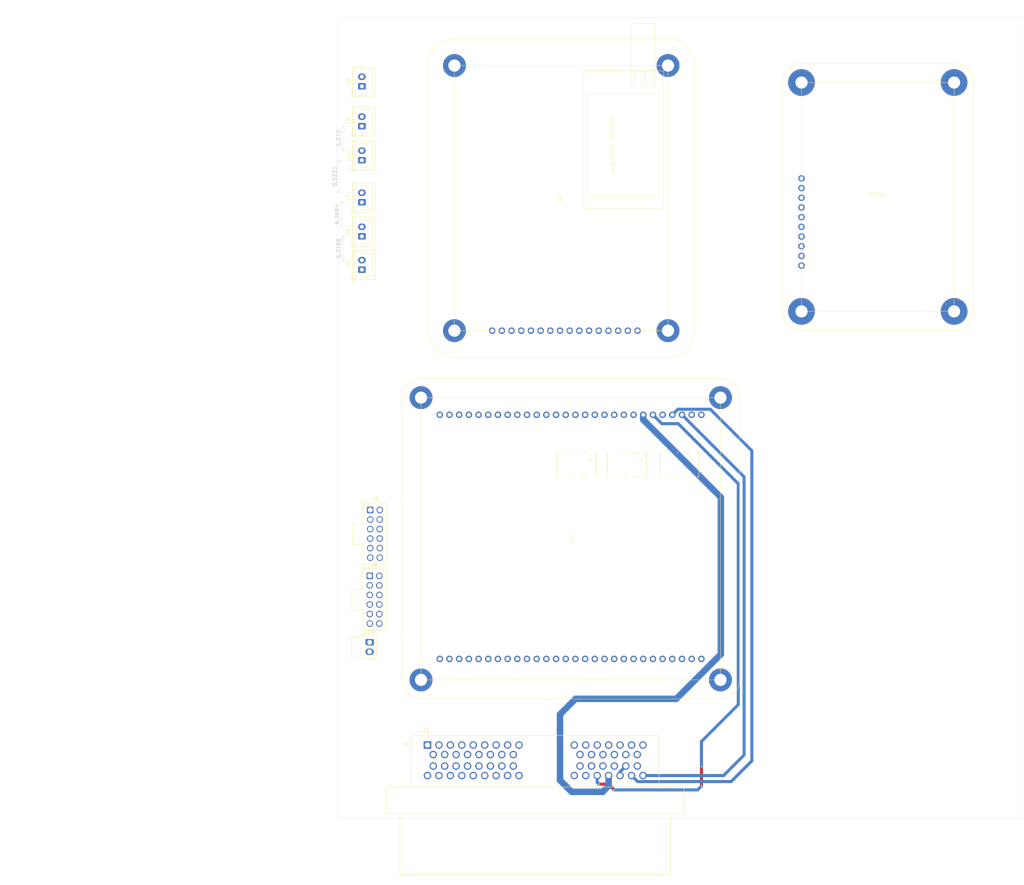
<source format=kicad_pcb>
(kicad_pcb (version 20241229) (generator "pcbnew") (generator_version "9.0")
  (layers (0 "F.Cu" signal) (2 "B.Cu" signal) (13 "F.Paste" user) (15 "B.Paste" user) (5 "F.SilkS" user "F.Silkscreen") (7 "B.SilkS" user "B.Silkscreen") (1 "F.Mask" user) (3 "B.Mask" user) (25 "Edge.Cuts" user))
  (net 0 "")
  (net 2 "BAT_FAN")
  (net 3 "GND")
  (net 4 "12V")
  (net 5 "5V")
  (net 6 "3V3")
  (net 7 "ECU_LO")
  (net 8 "ESC2_LO")
  (net 10 "ESC1_LO")
  (net 13 "NC_BSPD")
  (net 16 "DISP_HI")
  (net 17 "BMS_LO")
  (net 18 "ECU_HI")
  (net 24 "COM")
  (net 28 "NC")
  (net 29 "BMS_HI")
  (net 31 "COM_BSPD")
  (net 32 "ESC1_HI")
  (net 33 "ESC2_HI")
  (net 34 "TPS")
  (net 37 "DISP_LO")
  (net 38 "STEER_IN")
  (net 39 "BRK_PRESS")
  (net 40 "BMS_CAN")
  (net 41 "SS")
  (net 42 "SUSP4")
  (net 43 "ENG_RLY")
  (net 44 "SUSP2")
  (net 45 "APPS_IN1")
  (net 46 "STM_RX")
  (net 47 "APPS_IN2")
  (net 48 "SCK")
  (net 49 "AIR")
  (net 50 "MISO")
  (net 51 "MOSI")
  (net 52 "AMB_TEMP")
  (net 53 "SUSP1")
  (net 54 "SUSP3")
  (net 55 "SWITCH_HY")
  (net 56 "STM_TX")
  (net 57 "WS1")
  (net 58 "WS_FL")
  (net 59 "WS_FR")
  (net 61 "WS_RL")
  (net 62 "WS_RR")
  (net 63 "SCK_T")
  (net 66 "MISO_T")
  (net 68 "MOSI_T")
  (net 71 "CS_T")
  (net 80 "ENGINE")
  (net 81 "SAFETY")
  (net 82 "SDC_IN")
  (net 83 "FAN_BATT")
  (net 84 "BRAKE_LIGHT")
  (net 85 "SDC_OUT")
  (net 86 "PDM")
  (footprint "Connector_JST:JST_XH_B2B-XH-A_1x02_P2.50mm_Vertical" (layer "F.Cu") (at 154.308793 165.875717 90)
    (property "Reference" "J5" (at 1.25 -3.55 90) (layer "F.SilkS"))
    (property "Value" "5V_1")
    (pad "1" thru_hole roundrect (at 0 0 90) (size 1.7 2) (drill 1) (layers "*.Cu" "*.Mask") (roundrect_rratio 0.147059) (net 5 "5V"))
    (pad "2" thru_hole oval (at 2.5 0 90) (size 1.7 2) (drill 1) (layers "*.Cu" "*.Mask") (net 3 "GND"))
  )
  (footprint "0_FootprintTelemetry:0_FootprintTelemetry" (layer "F.Cu") (at 206.568 147.114 90)
    (property "Reference" "U1" (at 0 -0.5 90) (layer "F.SilkS") (effects (font (thickness 0.1))))
    (property "Value" "~")
    (fp_text user "Lora E220-900T22D" (at 6.248663 13.959204 90) (layer "F.SilkS") (effects (font (thickness 0.1)) (justify left bottom)))
    (pad "1" thru_hole circle (at -34.75 20 90) (size 1.7 1.7) (drill 1) (layers "*.Cu" "*.Mask") (net 3 "GND"))
    (pad "2" thru_hole circle (at -34.75 17.46 90) (size 1.7 1.7) (drill 1) (layers "*.Cu" "*.Mask") (net 3 "GND"))
    (pad "3" thru_hole circle (at -34.75 14.92 90) (size 1.7 1.7) (drill 1) (layers "*.Cu" "*.Mask") (net 3 "GND"))
    (pad "4" thru_hole circle (at -34.75 12.38 90) (size 1.7 1.7) (drill 1) (layers "*.Cu" "*.Mask") (net 3 "GND"))
    (pad "5" thru_hole circle (at -34.75 9.84 90) (size 1.7 1.7) (drill 1) (layers "*.Cu" "*.Mask") (net 3 "GND"))
    (pad "6" thru_hole circle (at -34.75 7.3 90) (size 1.7 1.7) (drill 1) (layers "*.Cu" "*.Mask") (net 5 "5V"))
    (pad "7" thru_hole circle (at -34.75 4.76 90) (size 1.7 1.7) (drill 1) (layers "*.Cu" "*.Mask") (net 68 "MOSI_T"))
    (pad "8" thru_hole circle (at -34.75 2.22 90) (size 1.7 1.7) (drill 1) (layers "*.Cu" "*.Mask") (net 66 "MISO_T"))
    (pad "9" thru_hole circle (at -34.75 -0.32 90) (size 1.7 1.7) (drill 1) (layers "*.Cu" "*.Mask") (net 63 "SCK_T"))
    (pad "10" thru_hole circle (at -34.75 -2.86 90) (size 1.7 1.7) (drill 1) (layers "*.Cu" "*.Mask") (net 71 "CS_T"))
    (pad "11" thru_hole circle (at -34.75 -5.4 90) (size 1.7 1.7) (drill 1) (layers "*.Cu" "*.Mask") (net 3 "GND"))
    (pad "11" thru_hole circle (at -34.75 28 90) (size 6 6) (drill 3.2) (layers "*.Cu" "*.Mask") (net 3 "GND"))
    (pad "12" thru_hole circle (at -34.75 -7.94 90) (size 1.7 1.7) (drill 1) (layers "*.Cu" "*.Mask") (net 3 "GND"))
    (pad "12" thru_hole circle (at 34.75 28 90) (size 6 6) (drill 3.2) (layers "*.Cu" "*.Mask") (net 3 "GND"))
    (pad "13" thru_hole circle (at -34.75 -10.48 90) (size 1.7 1.7) (drill 1) (layers "*.Cu" "*.Mask") (net 3 "GND"))
    (pad "13" thru_hole circle (at 34.75 -28 90) (size 6 6) (drill 3.2) (layers "*.Cu" "*.Mask") (net 3 "GND"))
    (pad "14" thru_hole circle (at -34.75 -28 90) (size 6 6) (drill 3.2) (layers "*.Cu" "*.Mask") (net 3 "GND"))
    (pad "14" thru_hole circle (at -34.75 -13.02 90) (size 1.7 1.7) (drill 1) (layers "*.Cu" "*.Mask") (net 3 "GND"))
    (pad "15" thru_hole circle (at -34.75 -15.56 90) (size 1.7 1.7) (drill 1) (layers "*.Cu" "*.Mask") (net 3 "GND"))
    (pad "16" thru_hole circle (at -34.75 -18.1 90) (size 1.7 1.7) (drill 1) (layers "*.Cu" "*.Mask") (net 3 "GND"))
  )
  (footprint "Connector_Molex:Molex_Nano-Fit_105310-xx12_2x06_P2.50mm_Vertical" (layer "F.Cu") (at 156.48678 228.87454)
    (property "Reference" "J9" (at 1.25 -2.92 0) (layer "F.SilkS"))
    (property "Value" "SIGNAL 2")
    (pad "" np_thru_hole circle (at -1.34 6.25) (size 1.3 1.3) (drill 1.3) (layers "*.Cu" "*.Mask"))
    (pad "1" thru_hole roundrect (at 0 0) (size 1.7 1.7) (drill 1.2) (layers "*.Cu" "*.Mask") (roundrect_rratio 0.147059))
    (pad "2" thru_hole circle (at 0 2.5) (size 1.7 1.7) (drill 1.2) (layers "*.Cu" "*.Mask") (net 61 "WS_RL"))
    (pad "3" thru_hole circle (at 0 5) (size 1.7 1.7) (drill 1.2) (layers "*.Cu" "*.Mask") (net 62 "WS_RR"))
    (pad "4" thru_hole circle (at 0 7.5) (size 1.7 1.7) (drill 1.2) (layers "*.Cu" "*.Mask") (net 58 "WS_FL"))
    (pad "5" thru_hole circle (at 0 10) (size 1.7 1.7) (drill 1.2) (layers "*.Cu" "*.Mask") (net 59 "WS_FR"))
    (pad "6" thru_hole circle (at 0 12.5) (size 1.7 1.7) (drill 1.2) (layers "*.Cu" "*.Mask"))
    (pad "7" thru_hole circle (at 2.5 0) (size 1.7 1.7) (drill 1.2) (layers "*.Cu" "*.Mask"))
    (pad "8" thru_hole circle (at 2.5 2.5) (size 1.7 1.7) (drill 1.2) (layers "*.Cu" "*.Mask"))
    (pad "9" thru_hole circle (at 2.5 5) (size 1.7 1.7) (drill 1.2) (layers "*.Cu" "*.Mask"))
    (pad "10" thru_hole circle (at 2.5 7.5) (size 1.7 1.7) (drill 1.2) (layers "*.Cu" "*.Mask") (net 8 "ESC2_LO"))
    (pad "11" thru_hole circle (at 2.5 10) (size 1.7 1.7) (drill 1.2) (layers "*.Cu" "*.Mask") (net 33 "ESC2_HI"))
    (pad "12" thru_hole circle (at 2.5 12.5) (size 1.7 1.7) (drill 1.2) (layers "*.Cu" "*.Mask"))
  )
  (footprint "0_FootPrintBPSD:FootPrintBPSD" (layer "F.Cu") (at 289.56 146.812)
    (property "Reference" "BSPD1" (at 0 -0.5 0) (layer "F.SilkS") (effects (font (thickness 0.1))))
    (property "Value" "~")
    (pad "1" thru_hole circle (at -20 18) (size 1.7 1.7) (drill 1) (layers "*.Cu" "*.Mask"))
    (pad "2" thru_hole circle (at -20 15.46) (size 1.7 1.7) (drill 1) (layers "*.Cu" "*.Mask"))
    (pad "3" thru_hole circle (at -20 12.92) (size 1.7 1.7) (drill 1) (layers "*.Cu" "*.Mask") (net 28 "NC"))
    (pad "4" thru_hole circle (at -20 10.38) (size 1.7 1.7) (drill 1) (layers "*.Cu" "*.Mask") (net 24 "COM"))
    (pad "5" thru_hole circle (at -20 7.84) (size 1.7 1.7) (drill 1) (layers "*.Cu" "*.Mask") (net 34 "TPS"))
    (pad "6" thru_hole circle (at -20 5.3) (size 1.7 1.7) (drill 1) (layers "*.Cu" "*.Mask") (net 39 "BRK_PRESS"))
    (pad "7" thru_hole circle (at -20 2.76) (size 1.7 1.7) (drill 1) (layers "*.Cu" "*.Mask") (net 5 "5V"))
    (pad "8" thru_hole circle (at -20 0.22) (size 1.7 1.7) (drill 1) (layers "*.Cu" "*.Mask"))
    (pad "9" thru_hole circle (at -20 -2.32) (size 1.7 1.7) (drill 1) (layers "*.Cu" "*.Mask"))
    (pad "10" thru_hole circle (at -20 -4.86) (size 1.7 1.7) (drill 1) (layers "*.Cu" "*.Mask") (net 3 "GND"))
    (pad "11" thru_hole circle (at -20 -30) (size 7 7) (drill 3.2) (layers "*.Cu" "*.Mask") (net 3 "GND"))
    (pad "12" thru_hole circle (at 20 -30) (size 7 7) (drill 3.2) (layers "*.Cu" "*.Mask") (net 3 "GND"))
    (pad "13" thru_hole circle (at -20 30) (size 7 7) (drill 3.2) (layers "*.Cu" "*.Mask") (net 3 "GND"))
    (pad "14" thru_hole circle (at 20 30) (size 7 7) (drill 3.2) (layers "*.Cu" "*.Mask") (net 3 "GND"))
  )
  (footprint "Connector_JST:JST_XH_B2B-XH-A_1x02_P2.50mm_Vertical" (layer "F.Cu") (at 154.308793 128.255044 90)
    (property "Reference" "J3" (at 1.25 -3.55 90) (layer "F.SilkS"))
    (property "Value" "3V3_1")
    (pad "1" thru_hole roundrect (at 0 0 90) (size 1.7 2) (drill 1) (layers "*.Cu" "*.Mask") (roundrect_rratio 0.147059) (net 6 "3V3"))
    (pad "2" thru_hole oval (at 2.5 0 90) (size 1.7 2) (drill 1) (layers "*.Cu" "*.Mask") (net 3 "GND"))
  )
  (footprint "Connector_JST:JST_XH_B2B-XH-A_1x02_P2.50mm_Vertical" (layer "F.Cu") (at 154.308793 157.133441 90)
    (property "Reference" "J6" (at 1.25 -3.55 90) (layer "F.SilkS"))
    (property "Value" "5V_2")
    (pad "1" thru_hole roundrect (at 0 0 90) (size 1.7 2) (drill 1) (layers "*.Cu" "*.Mask") (roundrect_rratio 0.147059) (net 5 "5V"))
    (pad "2" thru_hole oval (at 2.5 0 90) (size 1.7 2) (drill 1) (layers "*.Cu" "*.Mask") (net 3 "GND"))
  )
  (footprint "Connector_JST:JST_XH_B2B-XH-A_1x02_P2.50mm_Vertical" (layer "F.Cu") (at 154.308793 137.174756 90)
    (property "Reference" "J4" (at 1.25 -3.55 90) (layer "F.SilkS"))
    (property "Value" "3V3_2")
    (pad "1" thru_hole roundrect (at 0 0 90) (size 1.7 2) (drill 1) (layers "*.Cu" "*.Mask") (roundrect_rratio 0.147059) (net 6 "3V3"))
    (pad "2" thru_hole oval (at 2.5 0 90) (size 1.7 2) (drill 1) (layers "*.Cu" "*.Mask") (net 3 "GND"))
  )
  (footprint "Connector_JST:JST_XH_B2B-XH-A_1x02_P2.50mm_Vertical" (layer "F.Cu") (at 154.308793 148.208006 90)
    (property "Reference" "J7" (at 1.25 -3.55 90) (layer "F.SilkS"))
    (property "Value" "5V_3")
    (pad "1" thru_hole roundrect (at 0 0 90) (size 1.7 2) (drill 1) (layers "*.Cu" "*.Mask") (roundrect_rratio 0.147059) (net 5 "5V"))
    (pad "2" thru_hole oval (at 2.5 0 90) (size 1.7 2) (drill 1) (layers "*.Cu" "*.Mask") (net 3 "GND"))
  )
  (footprint "0_FootprintVCU:FootprintVCU" (layer "F.Cu") (at 209.061204 236.423337 -90)
    (property "Reference" "U2" (at 0 -0.5 270) (layer "F.SilkS") (effects (font (thickness 0.1))))
    (property "Value" "~")
    (fp_text user "*" (at -22.5806 -6.248001 270) (layer "F.SilkS"))
    (fp_text user "*" (at -20.6533 -32.243836 90) (layer "F.SilkS"))
    (fp_text user "*" (at -20.6533 -18.527836 90) (layer "F.SilkS"))
    (fp_text user "*" (at -22.5806 -33.172001 270) (layer "F.SilkS"))
    (fp_text user "*" (at -22.5806 -19.456001 270) (layer "F.SilkS"))
    (fp_text user "*" (at -20.6533 -5.319836 90) (layer "F.SilkS"))
    (pad "1" thru_hole circle (at -32.5 -34.25 270) (size 1.7 1.7) (drill 1) (layers "*.Cu" "*.Mask") (net 4 "12V"))
    (pad "2" thru_hole circle (at -32.5 -31.71 270) (size 1.7 1.7) (drill 1) (layers "*.Cu" "*.Mask") (net 3 "GND"))
    (pad "3" thru_hole circle (at -32.5 -29.17 270) (size 1.7 1.7) (drill 1) (layers "*.Cu" "*.Mask") (net 43 "ENG_RLY"))
    (pad "4" thru_hole circle (at -32.5 -26.63 270) (size 1.7 1.7) (drill 1) (layers "*.Cu" "*.Mask") (net 86 "PDM"))
    (pad "5" thru_hole circle (at -32.5 -24.09 270) (size 1.7 1.7) (drill 1) (layers "*.Cu" "*.Mask") (net 81 "SAFETY"))
    (pad "6" thru_hole circle (at -32.5 -21.55 270) (size 1.7 1.7) (drill 1) (layers "*.Cu" "*.Mask") (net 55 "SWITCH_HY"))
    (pad "7" thru_hole circle (at -32.5 -19.01 270) (size 1.7 1.7) (drill 1) (layers "*.Cu" "*.Mask") (net 49 "AIR"))
    (pad "8" thru_hole circle (at -32.5 -16.47 270) (size 1.7 1.7) (drill 1) (layers "*.Cu" "*.Mask") (net 81 "SAFETY"))
    (pad "9" thru_hole circle (at -32.5 -13.93 270) (size 1.7 1.7) (drill 1) (layers "*.Cu" "*.Mask") (net 82 "SDC_IN"))
    (pad "10" thru_hole circle (at -32.5 -11.39 270) (size 1.7 1.7) (drill 1) (layers "*.Cu" "*.Mask") (net 85 "SDC_OUT"))
    (pad "11" thru_hole circle (at -32.5 -8.85 270) (size 1.7 1.7) (drill 1) (layers "*.Cu" "*.Mask") (net 84 "BRAKE_LIGHT"))
    (pad "12" thru_hole circle (at -32.5 -6.31 270) (size 1.7 1.7) (drill 1) (layers "*.Cu" "*.Mask") (net 83 "FAN_BATT"))
    (pad "13" thru_hole circle (at -32.5 -3.77 270) (size 1.7 1.7) (drill 1) (layers "*.Cu" "*.Mask") (net 3 "GND"))
    (pad "14" thru_hole circle (at -32.5 -1.23 270) (size 1.7 1.7) (drill 1) (layers "*.Cu" "*.Mask") (net 56 "STM_TX"))
    (pad "15" thru_hole circle (at -32.5 1.31 270) (size 1.7 1.7) (drill 1) (layers "*.Cu" "*.Mask") (net 3 "GND"))
    (pad "16" thru_hole circle (at -32.5 3.85 270) (size 1.7 1.7) (drill 1) (layers "*.Cu" "*.Mask") (net 46 "STM_RX"))
    (pad "17" thru_hole circle (at -32.5 6.39 270) (size 1.7 1.7) (drill 1) (layers "*.Cu" "*.Mask") (net 3 "GND"))
    (pad "18" thru_hole circle (at -32.5 8.93 270) (size 1.7 1.7) (drill 1) (layers "*.Cu" "*.Mask") (net 3 "GND"))
    (pad "19" thru_hole circle (at -32.5 11.47 270) (size 1.7 1.7) (drill 1) (layers "*.Cu" "*.Mask") (net 71 "CS_T"))
    (pad "20" thru_hole circle (at -32.5 14.01 270) (size 1.7 1.7) (drill 1) (layers "*.Cu" "*.Mask") (net 3 "GND"))
    (pad "21" thru_hole circle (at -32.5 16.55 270) (size 1.7 1.7) (drill 1) (layers "*.Cu" "*.Mask") (net 68 "MOSI_T"))
    (pad "22" thru_hole circle (at -32.5 19.09 270) (size 1.7 1.7) (drill 1) (layers "*.Cu" "*.Mask") (net 3 "GND"))
    (pad "23" thru_hole circle (at -32.5 21.63 270) (size 1.7 1.7) (drill 1) (layers "*.Cu" "*.Mask") (net 66 "MISO_T"))
    (pad "24" thru_hole circle (at -32.5 24.17 270) (size 1.7 1.7) (drill 1) (layers "*.Cu" "*.Mask") (net 3 "GND"))
    (pad "25" thru_hole circle (at -32.5 26.71 270) (size 1.7 1.7) (drill 1) (layers "*.Cu" "*.Mask") (net 63 "SCK_T"))
    (pad "26" thru_hole circle (at -32.5 29.25 270) (size 1.7 1.7) (drill 1) (layers "*.Cu" "*.Mask") (net 3 "GND"))
    (pad "27" thru_hole circle (at -32.5 31.79 270) (size 1.7 1.7) (drill 1) (layers "*.Cu" "*.Mask"))
    (pad "28" thru_hole circle (at -32.5 34.33 270) (size 1.7 1.7) (drill 1) (layers "*.Cu" "*.Mask"))
    (pad "29" thru_hole circle (at 31.5 -34.25 270) (size 1.7 1.7) (drill 1) (layers "*.Cu" "*.Mask") (net 5 "5V"))
    (pad "30" thru_hole circle (at 31.5 -31.71 270) (size 1.7 1.7) (drill 1) (layers "*.Cu" "*.Mask") (net 3 "GND"))
    (pad "31" thru_hole circle (at 31.5 -29.17 270) (size 1.7 1.7) (drill 1) (layers "*.Cu" "*.Mask") (net 3 "GND"))
    (pad "32" thru_hole circle (at 31.5 -26.63 270) (size 1.7 1.7) (drill 1) (layers "*.Cu" "*.Mask") (net 18 "ECU_HI"))
    (pad "33" thru_hole circle (at 31.5 -24.09 270) (size 1.7 1.7) (drill 1) (layers "*.Cu" "*.Mask") (net 7 "ECU_LO"))
    (pad "34" thru_hole circle (at 31.5 -21.55 270) (size 1.7 1.7) (drill 1) (layers "*.Cu" "*.Mask") (net 3 "GND"))
    (pad "35" thru_hole circle (at 31.5 -19.01 270) (size 1.7 1.7) (drill 1) (layers "*.Cu" "*.Mask") (net 29 "BMS_HI"))
    (pad "36" thru_hole circle (at 31.5 -16.47 270) (size 1.7 1.7) (drill 1) (layers "*.Cu" "*.Mask") (net 17 "BMS_LO"))
    (pad "37" thru_hole circle (at 31.5 -13.93 270) (size 1.7 1.7) (drill 1) (layers "*.Cu" "*.Mask") (net 3 "GND"))
    (pad "38" thru_hole circle (at 31.5 -11.39 270) (size 1.7 1.7) (drill 1) (layers "*.Cu" "*.Mask") (net 16 "DISP_HI"))
    (pad "39" thru_hole circle (at 31.5 -8.85 270) (size 1.7 1.7) (drill 1) (layers "*.Cu" "*.Mask") (net 37 "DISP_LO"))
    (pad "40" thru_hole circle (at 31.5 -6.31 270) (size 1.7 1.7) (drill 1) (layers "*.Cu" "*.Mask") (net 3 "GND"))
    (pad "41" thru_hole circle (at 31.5 -3.77 270) (size 1.7 1.7) (drill 1) (layers "*.Cu" "*.Mask") (net 3 "GND"))
    (pad "42" thru_hole circle (at 31.5 -1.23 270) (size 1.7 1.7) (drill 1) (layers "*.Cu" "*.Mask"))
    (pad "43" thru_hole circle (at 31.5 1.31 270) (size 1.7 1.7) (drill 1) (layers "*.Cu" "*.Mask"))
    (pad "44" thru_hole circle (at 31.5 3.85 270) (size 1.7 1.7) (drill 1) (layers "*.Cu" "*.Mask"))
    (pad "45" thru_hole circle (at 31.5 6.39 270) (size 1.7 1.7) (drill 1) (layers "*.Cu" "*.Mask") (net 39 "BRK_PRESS"))
    (pad "46" thru_hole circle (at 31.5 8.93 270) (size 1.7 1.7) (drill 1) (layers "*.Cu" "*.Mask") (net 42 "SUSP4"))
    (pad "47" thru_hole circle (at 31.5 11.47 270) (size 1.7 1.7) (drill 1) (layers "*.Cu" "*.Mask") (net 54 "SUSP3"))
    (pad "48" thru_hole circle (at 31.5 14.01 270) (size 1.7 1.7) (drill 1) (layers "*.Cu" "*.Mask") (net 44 "SUSP2"))
    (pad "49" thru_hole circle (at 31.5 16.55 270) (size 1.7 1.7) (drill 1) (layers "*.Cu" "*.Mask") (net 53 "SUSP1"))
    (pad "50" thru_hole circle (at 31.5 19.09 270) (size 1.7 1.7) (drill 1) (layers "*.Cu" "*.Mask") (net 3 "GND"))
    (pad "51" thru_hole circle (at 31.5 21.63 270) (size 1.7 1.7) (drill 1) (layers "*.Cu" "*.Mask"))
    (pad "52" thru_hole circle (at 31.5 24.17 270) (size 1.7 1.7) (drill 1) (layers "*.Cu" "*.Mask"))
    (pad "53" thru_hole circle (at 31.5 26.71 270) (size 1.7 1.7) (drill 1) (layers "*.Cu" "*.Mask") (net 3 "GND"))
    (pad "54" thru_hole circle (at 31.5 29.25 270) (size 1.7 1.7) (drill 1) (layers "*.Cu" "*.Mask"))
    (pad "55" thru_hole circle (at 31.5 31.79 270) (size 1.7 1.7) (drill 1) (layers "*.Cu" "*.Mask"))
    (pad "56" thru_hole circle (at 31.5 34.33 270) (size 1.7 1.7) (drill 1) (layers "*.Cu" "*.Mask") (net 3 "GND"))
    (pad "57" thru_hole circle (at -37 39.25 270) (size 6 6) (drill 3.2) (layers "*.Cu" "*.Mask"))
    (pad "58" thru_hole circle (at 37 39.25 270) (size 6 6) (drill 3.2) (layers "*.Cu" "*.Mask"))
    (pad "59" thru_hole circle (at 37 -39.25 270) (size 6 6) (drill 3.2) (layers "*.Cu" "*.Mask"))
    (pad "60" thru_hole circle (at -37 -39.25 270) (size 6 6) (drill 3.2) (layers "*.Cu" "*.Mask"))
  )
  (footprint "Connector_JST:JST_XH_B2B-XH-A_1x02_P2.50mm_Vertical" (layer "F.Cu") (at 154.308793 117.802623 90)
    (property "Reference" "J2" (at 1.25 -3.55 90) (layer "F.SilkS"))
    (property "Value" "12V")
    (pad "1" thru_hole roundrect (at 0 0 90) (size 1.7 2) (drill 1) (layers "*.Cu" "*.Mask") (roundrect_rratio 0.147059) (net 4 "12V"))
    (pad "2" thru_hole oval (at 2.5 0 90) (size 1.7 2) (drill 1) (layers "*.Cu" "*.Mask") (net 3 "GND"))
  )
  (footprint "Connector_Molex:Molex_Nano-Fit_105309-xx02_1x02_P2.50mm_Vertical" (layer "F.Cu") (at 156.33562 263.55613)
    (property "Reference" "J10" (at 0 -2.92 0) (layer "F.SilkS"))
    (property "Value" "Conn_01x02_Socket")
    (pad "" np_thru_hole circle (at -1.34 1.25) (size 1.3 1.3) (drill 1.3) (layers "*.Cu" "*.Mask"))
    (pad "1" thru_hole custom (at 0 0) (size 1.417157 1.417157) (drill 1.2) (layers "*.Cu" "*.Mask") (net 4 "12V") (options (clearance outline) (anchor circle)) (primitives (gr_poly (pts (xy -0.85 -0.6) (xy 0.85 -0.6) (xy 0.85 0.6) (xy -0.596447 0.6) (xy -0.85 0.346447)) (width 0.5) (fill yes))))
    (pad "2" thru_hole oval (at 0 2.5) (size 2.2 1.7) (drill 1.2) (layers "*.Cu" "*.Mask") (net 3 "GND"))
  )
  (footprint "0_VCU_CONNECTOR_TE_6437288-3:VCU_CONNECTOR_TE_6437288-3" (layer "F.Cu") (at 202.751204 304.999337)
    (property "Reference" "J1" (at -31.560175 -18.391945 0) (layer "F.SilkS") (effects (font (size 1.400228 1.400228))))
    (property "Value" "6437288-3")
    (pad "" np_thru_hole circle (at -38.5 0) (size 3.3 3.3) (drill 3.3) (layers "*.Cu" "*.Mask"))
    (pad "" np_thru_hole circle (at 0 0) (size 3.3 3.3) (drill 3.3) (layers "*.Cu" "*.Mask"))
    (pad "" np_thru_hole circle (at 32.5 0) (size 3.3 3.3) (drill 3.3) (layers "*.Cu" "*.Mask"))
    (pad "1" thru_hole rect (at -31.25 -14.5) (size 1.95 1.95) (drill 1.3) (layers "*.Cu" "*.Mask") (net 40 "BMS_CAN"))
    (pad "2" thru_hole circle (at -28.25 -14.5) (size 1.95 1.95) (drill 1.3) (layers "*.Cu" "*.Mask") (net 84 "BRAKE_LIGHT"))
    (pad "3" thru_hole circle (at -25.25 -14.5) (size 1.95 1.95) (drill 1.3) (layers "*.Cu" "*.Mask") (net 39 "BRK_PRESS"))
    (pad "4" thru_hole circle (at -22.25 -14.5) (size 1.95 1.95) (drill 1.3) (layers "*.Cu" "*.Mask"))
    (pad "5" thru_hole circle (at -19.25 -14.5) (size 1.95 1.95) (drill 1.3) (layers "*.Cu" "*.Mask"))
    (pad "6" thru_hole circle (at -16.25 -14.5) (size 1.95 1.95) (drill 1.3) (layers "*.Cu" "*.Mask"))
    (pad "7" thru_hole circle (at -13.25 -14.5) (size 1.95 1.95) (drill 1.3) (layers "*.Cu" "*.Mask") (net 53 "SUSP1"))
    (pad "8" thru_hole circle (at -10.25 -14.5) (size 1.95 1.95) (drill 1.3) (layers "*.Cu" "*.Mask") (net 44 "SUSP2"))
    (pad "9" thru_hole circle (at -7.25 -14.5) (size 1.95 1.95) (drill 1.3) (layers "*.Cu" "*.Mask") (net 54 "SUSP3"))
    (pad "10" thru_hole circle (at -29.75 -12) (size 1.95 1.95) (drill 1.3) (layers "*.Cu" "*.Mask") (net 42 "SUSP4"))
    (pad "11" thru_hole circle (at -26.75 -12) (size 1.95 1.95) (drill 1.3) (layers "*.Cu" "*.Mask") (net 2 "BAT_FAN"))
    (pad "12" thru_hole circle (at -23.75 -12) (size 1.95 1.95) (drill 1.3) (layers "*.Cu" "*.Mask") (net 52 "AMB_TEMP"))
    (pad "13" thru_hole circle (at -20.75 -12) (size 1.95 1.95) (drill 1.3) (layers "*.Cu" "*.Mask"))
    (pad "14" thru_hole circle (at -17.75 -12) (size 1.95 1.95) (drill 1.3) (layers "*.Cu" "*.Mask") (net 3 "GND"))
    (pad "15" thru_hole circle (at -14.75 -12) (size 1.95 1.95) (drill 1.3) (layers "*.Cu" "*.Mask"))
    (pad "16" thru_hole circle (at -11.75 -12) (size 1.95 1.95) (drill 1.3) (layers "*.Cu" "*.Mask"))
    (pad "17" thru_hole circle (at -8.75 -12) (size 1.95 1.95) (drill 1.3) (layers "*.Cu" "*.Mask"))
    (pad "18" thru_hole circle (at -29.75 -9) (size 1.95 1.95) (drill 1.3) (layers "*.Cu" "*.Mask") (net 31 "COM_BSPD"))
    (pad "19" thru_hole circle (at -26.75 -9) (size 1.95 1.95) (drill 1.3) (layers "*.Cu" "*.Mask") (net 13 "NC_BSPD"))
    (pad "20" thru_hole circle (at -23.75 -9) (size 1.95 1.95) (drill 1.3) (layers "*.Cu" "*.Mask") (net 18 "ECU_HI"))
    (pad "21" thru_hole circle (at -20.75 -9) (size 1.95 1.95) (drill 1.3) (layers "*.Cu" "*.Mask") (net 7 "ECU_LO"))
    (pad "22" thru_hole circle (at -17.75 -9) (size 1.95 1.95) (drill 1.3) (layers "*.Cu" "*.Mask") (net 29 "BMS_HI"))
    (pad "23" thru_hole circle (at -14.75 -9) (size 1.95 1.95) (drill 1.3) (layers "*.Cu" "*.Mask") (net 17 "BMS_LO"))
    (pad "24" thru_hole circle (at -11.75 -9) (size 1.95 1.95) (drill 1.3) (layers "*.Cu" "*.Mask") (net 16 "DISP_HI"))
    (pad "25" thru_hole circle (at -8.75 -9) (size 1.95 1.95) (drill 1.3) (layers "*.Cu" "*.Mask") (net 37 "DISP_LO"))
    (pad "26" thru_hole circle (at -31.25 -6.5) (size 1.95 1.95) (drill 1.3) (layers "*.Cu" "*.Mask"))
    (pad "27" thru_hole circle (at -28.25 -6.5) (size 1.95 1.95) (drill 1.3) (layers "*.Cu" "*.Mask"))
    (pad "28" thru_hole circle (at -25.25 -6.5) (size 1.95 1.95) (drill 1.3) (layers "*.Cu" "*.Mask"))
    (pad "29" thru_hole circle (at -22.25 -6.5) (size 1.95 1.95) (drill 1.3) (layers "*.Cu" "*.Mask"))
    (pad "30" thru_hole circle (at -19.25 -6.5) (size 1.95 1.95) (drill 1.3) (layers "*.Cu" "*.Mask"))
    (pad "31" thru_hole circle (at -16.25 -6.5) (size 1.95 1.95) (drill 1.3) (layers "*.Cu" "*.Mask"))
    (pad "32" thru_hole circle (at -13.25 -6.5) (size 1.95 1.95) (drill 1.3) (layers "*.Cu" "*.Mask") (net 82 "SDC_IN"))
    (pad "33" thru_hole circle (at -10.25 -6.5) (size 1.95 1.95) (drill 1.3) (layers "*.Cu" "*.Mask") (net 85 "SDC_OUT"))
    (pad "34" thru_hole circle (at -7.25 -6.5) (size 1.95 1.95) (drill 1.3) (layers "*.Cu" "*.Mask"))
    (pad "35" thru_hole circle (at 7.25 -14.5) (size 1.95 1.95) (drill 1.3) (layers "*.Cu" "*.Mask") (net 32 "ESC1_HI"))
    (pad "36" thru_hole circle (at 10.25 -14.5) (size 1.95 1.95) (drill 1.3) (layers "*.Cu" "*.Mask") (net 10 "ESC1_LO"))
    (pad "37" thru_hole circle (at 13.25 -14.5) (size 1.95 1.95) (drill 1.3) (layers "*.Cu" "*.Mask") (net 33 "ESC2_HI"))
    (pad "38" thru_hole circle (at 16.25 -14.5) (size 1.95 1.95) (drill 1.3) (layers "*.Cu" "*.Mask") (net 8 "ESC2_LO"))
    (pad "39" thru_hole circle (at 19.25 -14.5) (size 1.95 1.95) (drill 1.3) (layers "*.Cu" "*.Mask") (net 57 "WS1"))
    (pad "40" thru_hole circle (at 22.25 -14.5) (size 1.95 1.95) (drill 1.3) (layers "*.Cu" "*.Mask"))
    (pad "41" thru_hole circle (at 25.25 -14.5) (size 1.95 1.95) (drill 1.3) (layers "*.Cu" "*.Mask"))
    (pad "42" thru_hole circle (at 8.75 -12) (size 1.95 1.95) (drill 1.3) (layers "*.Cu" "*.Mask"))
    (pad "43" thru_hole circle (at 11.75 -12) (size 1.95 1.95) (drill 1.3) (layers "*.Cu" "*.Mask"))
    (pad "44" thru_hole circle (at 14.75 -12) (size 1.95 1.95) (drill 1.3) (layers "*.Cu" "*.Mask"))
    (pad "45" thru_hole circle (at 17.75 -12) (size 1.95 1.95) (drill 1.3) (layers "*.Cu" "*.Mask"))
    (pad "46" thru_hole circle (at 20.75 -12) (size 1.95 1.95) (drill 1.3) (layers "*.Cu" "*.Mask"))
    (pad "47" thru_hole circle (at 23.75 -12) (size 1.95 1.95) (drill 1.3) (layers "*.Cu" "*.Mask"))
    (pad "48" thru_hole circle (at 8.75 -9) (size 1.95 1.95) (drill 1.3) (layers "*.Cu" "*.Mask") (net 83 "FAN_BATT"))
    (pad "49" thru_hole circle (at 11.75 -9) (size 1.95 1.95) (drill 1.3) (layers "*.Cu" "*.Mask"))
    (pad "50" thru_hole circle (at 14.75 -9) (size 1.95 1.95) (drill 1.3) (layers "*.Cu" "*.Mask"))
    (pad "51" thru_hole circle (at 17.75 -9) (size 1.95 1.95) (drill 1.3) (layers "*.Cu" "*.Mask"))
    (pad "52" thru_hole circle (at 20.75 -9) (size 1.95 1.95) (drill 1.3) (layers "*.Cu" "*.Mask") (net 81 "SAFETY"))
    (pad "53" thru_hole circle (at 23.75 -9) (size 1.95 1.95) (drill 1.3) (layers "*.Cu" "*.Mask"))
    (pad "54" thru_hole circle (at 7.25 -6.5) (size 1.95 1.95) (drill 1.3) (layers "*.Cu" "*.Mask"))
    (pad "55" thru_hole circle (at 10.25 -6.5) (size 1.95 1.95) (drill 1.3) (layers "*.Cu" "*.Mask"))
    (pad "56" thru_hole circle (at 13.25 -6.5) (size 1.95 1.95) (drill 1.3) (layers "*.Cu" "*.Mask") (net 55 "SWITCH_HY"))
    (pad "57" thru_hole circle (at 16.25 -6.5) (size 1.95 1.95) (drill 1.3) (layers "*.Cu" "*.Mask") (net 49 "AIR"))
    (pad "58" thru_hole circle (at 19.25 -6.5) (size 1.95 1.95) (drill 1.3) (layers "*.Cu" "*.Mask") (net 81 "SAFETY"))
    (pad "59" thru_hole circle (at 22.25 -6.5) (size 1.95 1.95) (drill 1.3) (layers "*.Cu" "*.Mask") (net 86 "PDM"))
    (pad "60" thru_hole circle (at 25.25 -6.5) (size 1.95 1.95) (drill 1.3) (layers "*.Cu" "*.Mask") (net 80 "ENGINE"))
  )
  (footprint "Connector_Molex:Molex_Nano-Fit_105310-xx12_2x06_P2.50mm_Vertical" (layer "F.Cu") (at 156.37562 246.150648)
    (property "Reference" "J8" (at 1.25 -2.92 0) (layer "F.SilkS"))
    (property "Value" "SIGNAL 1")
    (pad "" np_thru_hole circle (at -1.34 6.25) (size 1.3 1.3) (drill 1.3) (layers "*.Cu" "*.Mask"))
    (pad "1" thru_hole roundrect (at 0 0) (size 1.7 1.7) (drill 1.2) (layers "*.Cu" "*.Mask") (roundrect_rratio 0.147059) (net 48 "SCK"))
    (pad "2" thru_hole circle (at 0 2.5) (size 1.7 1.7) (drill 1.2) (layers "*.Cu" "*.Mask") (net 50 "MISO"))
    (pad "3" thru_hole circle (at 0 5) (size 1.7 1.7) (drill 1.2) (layers "*.Cu" "*.Mask") (net 51 "MOSI"))
    (pad "4" thru_hole circle (at 0 7.5) (size 1.7 1.7) (drill 1.2) (layers "*.Cu" "*.Mask") (net 41 "SS"))
    (pad "5" thru_hole circle (at 0 10) (size 1.7 1.7) (drill 1.2) (layers "*.Cu" "*.Mask") (net 56 "STM_TX"))
    (pad "6" thru_hole circle (at 0 12.5) (size 1.7 1.7) (drill 1.2) (layers "*.Cu" "*.Mask") (net 46 "STM_RX"))
    (pad "7" thru_hole circle (at 2.5 0) (size 1.7 1.7) (drill 1.2) (layers "*.Cu" "*.Mask") (net 3 "GND"))
    (pad "8" thru_hole circle (at 2.5 2.5) (size 1.7 1.7) (drill 1.2) (layers "*.Cu" "*.Mask") (net 10 "ESC1_LO"))
    (pad "9" thru_hole circle (at 2.5 5) (size 1.7 1.7) (drill 1.2) (layers "*.Cu" "*.Mask") (net 32 "ESC1_HI"))
    (pad "10" thru_hole circle (at 2.5 7.5) (size 1.7 1.7) (drill 1.2) (layers "*.Cu" "*.Mask") (net 38 "STEER_IN"))
    (pad "11" thru_hole circle (at 2.5 10) (size 1.7 1.7) (drill 1.2) (layers "*.Cu" "*.Mask") (net 47 "APPS_IN2"))
    (pad "12" thru_hole circle (at 2.5 12.5) (size 1.7 1.7) (drill 1.2) (layers "*.Cu" "*.Mask") (net 45 "APPS_IN1"))
  )
  (gr_rect (start 147.887204 99.767337) (end 327.887204 309.767337) (stroke (width 0.05)) (fill no) (layer "Edge.Cuts"))
  (dimension (type orthogonal) (layer "Edge.Cuts") (pts (xy 154.308793 128.255044) (xy 154.514288 134.627078)) (height -4.906849) (orientation 1) (format (prefix "") (suffix "") (units 3) (units_format 0) (precision 4) (suppress_zeroes yes)) (style (thickness 0.05) (arrow_length 1.27) (text_position_mode 0) (arrow_direction outward) (extension_height 0.58642) (extension_offset 0.5) (keep_text_aligned yes)) (gr_text "6.372" (at 148.251944 131.441061 90) (layer "Edge.Cuts") (effects (font (size 1 1) (thickness 0.15)))))
  (dimension (type orthogonal) (layer "Edge.Cuts") (pts (xy 154.308793 157.133441) (xy 154.630948 163.444254)) (height -4.906849) (orientation 1) (format (prefix "") (suffix "") (units 3) (units_format 0) (precision 4) (suppress_zeroes yes)) (style (thickness 0.05) (arrow_length 1.27) (text_position_mode 0) (arrow_direction outward) (extension_height 0.58642) (extension_offset 0.5) (keep_text_aligned yes)) (gr_text "6.3108" (at 148.251944 160.288848 90) (layer "Edge.Cuts") (effects (font (size 1 1) (thickness 0.15)))))
  (dimension (type orthogonal) (layer "Edge.Cuts") (pts (xy 154.308793 137.174756) (xy 154.450835 145.708006)) (height -5.922849) (orientation 1) (format (prefix "") (suffix "") (units 3) (units_format 0) (precision 4) (suppress_zeroes yes)) (style (thickness 0.05) (arrow_length 1.27) (text_position_mode 0) (arrow_direction outward) (extension_height 0.58642) (extension_offset 0.5) (keep_text_aligned yes)) (gr_text "8.5333" (at 147.235944 141.441381 90) (layer "Edge.Cuts") (effects (font (size 1 1) (thickness 0.15)))))
  (dimension (type orthogonal) (layer "Edge.Cuts") (pts (xy 154.308793 148.208006) (xy 154.210354 154.476403)) (height -5.414849) (orientation 1) (format (prefix "") (suffix "") (units 3) (units_format 0) (precision 4) (suppress_zeroes yes)) (style (thickness 0.05) (arrow_length 1.27) (text_position_mode 0) (arrow_direction outward) (extension_height 0.58642) (extension_offset 0.5) (keep_text_aligned yes)) (gr_text "6.2684" (at 147.743944 151.342205 90) (layer "Edge.Cuts") (effects (font (size 1 1) (thickness 0.15)))))
  (segment (start 219.001204 301.190796) (end 217.424 302.768) (width 1.7) (layer "B.Cu") (net 49))
  (segment (start 210.312 278.384) (end 236.728 278.384) (width 1.7) (layer "B.Cu") (net 49))
  (segment (start 228.071204 205.211204) (end 228.071204 203.923337) (width 1.7) (layer "B.Cu") (net 49))
  (segment (start 248.412 225.552) (end 228.071204 205.211204) (width 1.7) (layer "B.Cu") (net 49))
  (segment (start 248.412 266.7) (end 248.412 225.552) (width 1.7) (layer "B.Cu") (net 49))
  (segment (start 206.248 299.72) (end 206.248 282.448) (width 1.7) (layer "B.Cu") (net 49))
  (segment (start 217.424 302.768) (end 209.296 302.768) (width 1.7) (layer "B.Cu") (net 49))
  (segment (start 219.001204 298.499337) (end 219.001204 301.190796) (width 1.7) (layer "B.Cu") (net 49))
  (segment (start 206.248 282.448) (end 210.312 278.384) (width 1.7) (layer "B.Cu") (net 49))
  (segment (start 236.728 278.384) (end 248.412 266.7) (width 1.7) (layer "B.Cu") (net 49))
  (segment (start 209.296 302.768) (end 206.248 299.72) (width 1.7) (layer "B.Cu") (net 49))
  (segment (start 243.332 296.164) (end 243.332 301.244) (width 0.8) (layer "F.Cu") (net 55))
  (segment (start 216.408 300.736) (end 218.948 300.736) (width 0.8) (layer "F.Cu") (net 55))
  (segment (start 218.948 300.736) (end 220.472 302.26) (width 0.8) (layer "F.Cu") (net 55))
  (via (at 243.332 301.244) (size 0.6) (drill 0.3) (layers "F.Cu" "B.Cu") (net 55))
  (via (at 220.472 302.26) (size 0.6) (drill 0.3) (layers "F.Cu" "B.Cu") (net 55))
  (via (at 216.408 300.736) (size 0.6) (drill 0.3) (layers "F.Cu" "B.Cu") (net 55))
  (via (at 243.332 296.164) (size 0.6) (drill 0.3) (layers "F.Cu" "B.Cu") (net 55))
  (segment (start 220.472 302.26) (end 242.316 302.26) (width 0.8) (layer "B.Cu") (net 55))
  (segment (start 252.984 221.996) (end 252.984 279.908) (width 0.8) (layer "B.Cu") (net 55))
  (segment (start 230.611204 203.923337) (end 232.935867 206.248) (width 0.8) (layer "B.Cu") (net 55))
  (segment (start 237.236 206.248) (end 252.984 221.996) (width 0.8) (layer "B.Cu") (net 55))
  (segment (start 243.332 289.56) (end 243.332 296.164) (width 0.8) (layer "B.Cu") (net 55))
  (segment (start 252.984 279.908) (end 243.332 289.56) (width 0.8) (layer "B.Cu") (net 55))
  (segment (start 232.935867 206.248) (end 237.236 206.248) (width 0.8) (layer "B.Cu") (net 55))
  (segment (start 216.001204 298.499337) (end 216.001204 300.329204) (width 0.8) (layer "B.Cu") (net 55))
  (segment (start 216.001204 300.329204) (end 216.408 300.736) (width 0.8) (layer "B.Cu") (net 55))
  (segment (start 242.316 302.26) (end 243.332 301.244) (width 0.8) (layer "B.Cu") (net 55))
  (segment (start 254.508 293.116) (end 249.124663 298.499337) (width 0.8) (layer "B.Cu") (net 80))
  (segment (start 249.124663 298.499337) (end 228.001204 298.499337) (width 0.8) (layer "B.Cu") (net 80))
  (segment (start 238.231204 203.923337) (end 254.508 220.200133) (width 0.8) (layer "B.Cu") (net 80))
  (segment (start 254.508 220.200133) (end 254.508 293.116) (width 0.8) (layer "B.Cu") (net 80))
  (segment (start 222.001204 297.499337) (end 223.501204 295.999337) (width 0.8) (layer "B.Cu") (net 81))
  (segment (start 222.001204 298.499337) (end 222.001204 297.499337) (width 0.8) (layer "B.Cu") (net 81))
  (segment (start 256.54 294.64) (end 256.54 213.36) (width 0.8) (layer "B.Cu") (net 86))
  (segment (start 245.652337 202.472337) (end 237.142204 202.472337) (width 0.8) (layer "B.Cu") (net 86))
  (segment (start 226.577204 300.075337) (end 251.104663 300.075337) (width 0.8) (layer "B.Cu") (net 86))
  (segment (start 256.54 213.36) (end 245.652337 202.472337) (width 0.8) (layer "B.Cu") (net 86))
  (segment (start 225.001204 298.499337) (end 226.577204 300.075337) (width 0.8) (layer "B.Cu") (net 86))
  (segment (start 237.142204 202.472337) (end 235.691204 203.923337) (width 0.8) (layer "B.Cu") (net 86))
  (segment (start 251.104663 300.075337) (end 256.54 294.64) (width 0.8) (layer "B.Cu") (net 86))
)
</source>
